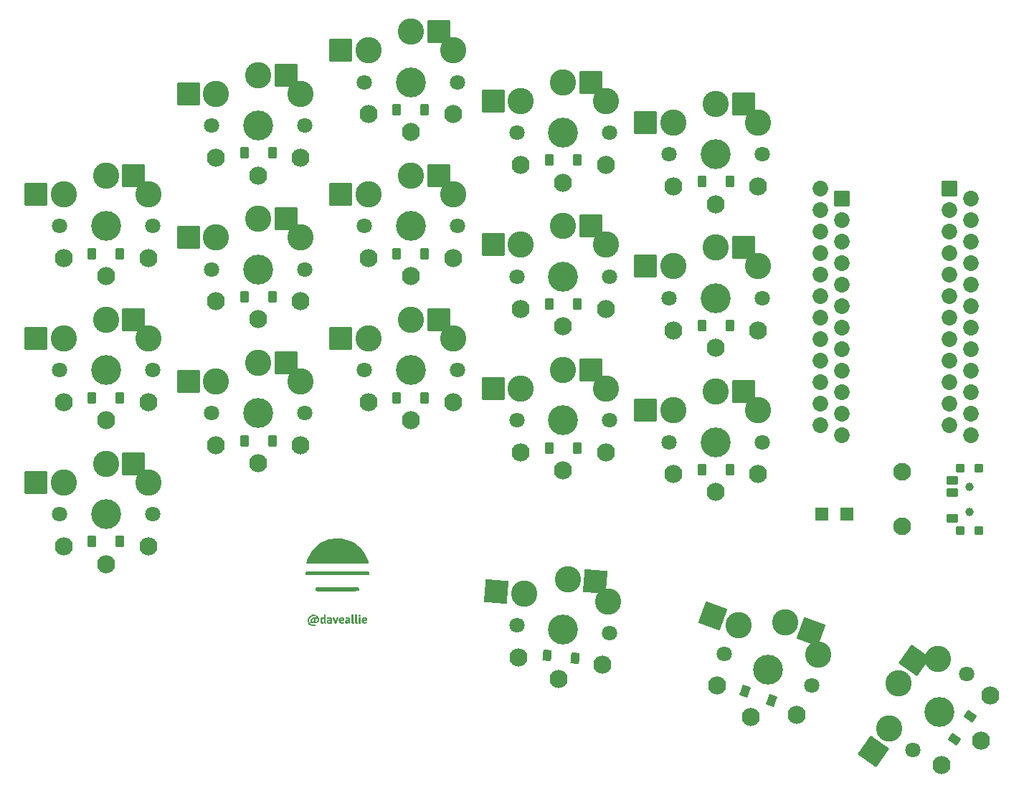
<source format=gbr>
%TF.GenerationSoftware,KiCad,Pcbnew,(6.0.7-1)-1*%
%TF.CreationDate,2022-09-04T19:21:53+10:00*%
%TF.ProjectId,Dusk 36,4475736b-2033-4362-9e6b-696361645f70,v1.0.0*%
%TF.SameCoordinates,Original*%
%TF.FileFunction,Soldermask,Top*%
%TF.FilePolarity,Negative*%
%FSLAX46Y46*%
G04 Gerber Fmt 4.6, Leading zero omitted, Abs format (unit mm)*
G04 Created by KiCad (PCBNEW (6.0.7-1)-1) date 2022-09-04 19:21:53*
%MOMM*%
%LPD*%
G01*
G04 APERTURE LIST*
G04 Aperture macros list*
%AMRoundRect*
0 Rectangle with rounded corners*
0 $1 Rounding radius*
0 $2 $3 $4 $5 $6 $7 $8 $9 X,Y pos of 4 corners*
0 Add a 4 corners polygon primitive as box body*
4,1,4,$2,$3,$4,$5,$6,$7,$8,$9,$2,$3,0*
0 Add four circle primitives for the rounded corners*
1,1,$1+$1,$2,$3*
1,1,$1+$1,$4,$5*
1,1,$1+$1,$6,$7*
1,1,$1+$1,$8,$9*
0 Add four rect primitives between the rounded corners*
20,1,$1+$1,$2,$3,$4,$5,0*
20,1,$1+$1,$4,$5,$6,$7,0*
20,1,$1+$1,$6,$7,$8,$9,0*
20,1,$1+$1,$8,$9,$2,$3,0*%
G04 Aperture macros list end*
%ADD10RoundRect,0.050000X-0.450000X0.450000X-0.450000X-0.450000X0.450000X-0.450000X0.450000X0.450000X0*%
%ADD11C,1.000000*%
%ADD12RoundRect,0.050000X-0.625000X0.450000X-0.625000X-0.450000X0.625000X-0.450000X0.625000X0.450000X0*%
%ADD13C,2.100000*%
%ADD14C,1.801800*%
%ADD15C,3.529000*%
%ADD16C,2.132000*%
%ADD17C,3.100000*%
%ADD18RoundRect,0.050000X-1.300000X-1.300000X1.300000X-1.300000X1.300000X1.300000X-1.300000X1.300000X0*%
%ADD19RoundRect,0.050000X-0.450000X-0.600000X0.450000X-0.600000X0.450000X0.600000X-0.450000X0.600000X0*%
%ADD20RoundRect,0.050000X-0.500581X-0.558497X0.395994X-0.636937X0.500581X0.558497X-0.395994X0.636937X0*%
%ADD21RoundRect,0.050000X-1.666227X-0.776974X0.776974X-1.666227X1.666227X0.776974X-0.776974X1.666227X0*%
%ADD22RoundRect,0.050000X0.233382X-0.712764X0.749601X0.024473X-0.233382X0.712764X-0.749601X-0.024473X0*%
%ADD23RoundRect,0.050000X-0.750000X-0.750000X0.750000X-0.750000X0.750000X0.750000X-0.750000X0.750000X0*%
%ADD24RoundRect,0.050000X-0.876300X0.876300X-0.876300X-0.876300X0.876300X-0.876300X0.876300X0.876300X0*%
%ADD25C,1.852600*%
%ADD26RoundRect,0.050000X0.319248X-1.810547X1.810547X0.319248X-0.319248X1.810547X-1.810547X-0.319248X0*%
%ADD27RoundRect,0.050000X-1.408356X-1.181751X1.181751X-1.408356X1.408356X1.181751X-1.181751X1.408356X0*%
%ADD28RoundRect,0.050000X-0.628074X-0.409907X0.217650X-0.717725X0.628074X0.409907X-0.217650X0.717725X0*%
G04 APERTURE END LIST*
%TO.C,G\u002A\u002A\u002A*%
G36*
X167332051Y-118157504D02*
G01*
X167394042Y-118111859D01*
X167479943Y-118081088D01*
X167585615Y-118065810D01*
X167701081Y-118057896D01*
X167701081Y-118011135D01*
X167693040Y-117967303D01*
X167667250Y-117939813D01*
X167621207Y-117927538D01*
X167552411Y-117929348D01*
X167526674Y-117932509D01*
X167474357Y-117940628D01*
X167428028Y-117949213D01*
X167409890Y-117953316D01*
X167387146Y-117956860D01*
X167372117Y-117948846D01*
X167359079Y-117923403D01*
X167346978Y-117888791D01*
X167334257Y-117846649D01*
X167327749Y-117817166D01*
X167327959Y-117808703D01*
X167351631Y-117797427D01*
X167396451Y-117785550D01*
X167454719Y-117774408D01*
X167518734Y-117765336D01*
X167580797Y-117759669D01*
X167617844Y-117758442D01*
X167709237Y-117763537D01*
X167778188Y-117779877D01*
X167829507Y-117809048D01*
X167856941Y-117837218D01*
X167870925Y-117857915D01*
X167881815Y-117882704D01*
X167890076Y-117915457D01*
X167896174Y-117960047D01*
X167900576Y-118020346D01*
X167903746Y-118100226D01*
X167906151Y-118203559D01*
X167907024Y-118253576D01*
X167911226Y-118510178D01*
X167834314Y-118510178D01*
X167789033Y-118508921D01*
X167763910Y-118502463D01*
X167750212Y-118486771D01*
X167742646Y-118467848D01*
X167727890Y-118425518D01*
X167667502Y-118466504D01*
X167588580Y-118504159D01*
X167503395Y-118517005D01*
X167444841Y-118510374D01*
X167371949Y-118480945D01*
X167320156Y-118431915D01*
X167290018Y-118364032D01*
X167281843Y-118291888D01*
X167286870Y-118262356D01*
X167492883Y-118262356D01*
X167495855Y-118297441D01*
X167525158Y-118333086D01*
X167566354Y-118349915D01*
X167617737Y-118341064D01*
X167642221Y-118330007D01*
X167680508Y-118301540D01*
X167698190Y-118262048D01*
X167701081Y-118225305D01*
X167699545Y-118204679D01*
X167690298Y-118194485D01*
X167666381Y-118192177D01*
X167620835Y-118195210D01*
X167619169Y-118195348D01*
X167556883Y-118207875D01*
X167514007Y-118231356D01*
X167492883Y-118262356D01*
X167286870Y-118262356D01*
X167294481Y-118217640D01*
X167332051Y-118157504D01*
G37*
G36*
X166490007Y-117774259D02*
G01*
X166527619Y-117777852D01*
X166544519Y-117782943D01*
X166544824Y-117783741D01*
X166539575Y-117799470D01*
X166524643Y-117838297D01*
X166501469Y-117896630D01*
X166471492Y-117970879D01*
X166436152Y-118057452D01*
X166397044Y-118152381D01*
X166249005Y-118510178D01*
X166116657Y-118510178D01*
X165961971Y-118150156D01*
X165921197Y-118054930D01*
X165884450Y-117968483D01*
X165853207Y-117894341D01*
X165828948Y-117836034D01*
X165813150Y-117797089D01*
X165807291Y-117781034D01*
X165807285Y-117780931D01*
X165820591Y-117777163D01*
X165855988Y-117775222D01*
X165906697Y-117775395D01*
X165924574Y-117775928D01*
X166041863Y-117780127D01*
X166112508Y-117981205D01*
X166137724Y-118054753D01*
X166159126Y-118120552D01*
X166174937Y-118172874D01*
X166183380Y-118205993D01*
X166184294Y-118212509D01*
X166186792Y-118230577D01*
X166189813Y-118228277D01*
X166195463Y-118210156D01*
X166208228Y-118169489D01*
X166226527Y-118111304D01*
X166248779Y-118040630D01*
X166263673Y-117993360D01*
X166333157Y-117772899D01*
X166438860Y-117772899D01*
X166490007Y-117774259D01*
G37*
G36*
X169059214Y-117469101D02*
G01*
X169067396Y-117471207D01*
X169114129Y-117496199D01*
X169141429Y-117535371D01*
X169147197Y-117581198D01*
X169129335Y-117626158D01*
X169115088Y-117642227D01*
X169072637Y-117665145D01*
X169019198Y-117672508D01*
X168966840Y-117664282D01*
X168929880Y-117642790D01*
X168906810Y-117602472D01*
X168900967Y-117565520D01*
X168912991Y-117514848D01*
X168946219Y-117480275D01*
X168996382Y-117464220D01*
X169059214Y-117469101D01*
G37*
G36*
X169132270Y-118510178D02*
G01*
X168929880Y-118510178D01*
X168929880Y-117772899D01*
X169132270Y-117772899D01*
X169132270Y-118510178D01*
G37*
G36*
X163259543Y-118023848D02*
G01*
X163308661Y-117939438D01*
X163370640Y-117868609D01*
X163443183Y-117817192D01*
X163463338Y-117807787D01*
X163520704Y-117792451D01*
X163585379Y-117788022D01*
X163645886Y-117794340D01*
X163690292Y-117810945D01*
X163717697Y-117826130D01*
X163736234Y-117823790D01*
X163752362Y-117810945D01*
X163784136Y-117794989D01*
X163826990Y-117787446D01*
X163831777Y-117787355D01*
X163866485Y-117789322D01*
X163879489Y-117798568D01*
X163877960Y-117819882D01*
X163863825Y-117889403D01*
X163849839Y-117967495D01*
X163836982Y-118047496D01*
X163826234Y-118122744D01*
X163818574Y-118186576D01*
X163814984Y-118232330D01*
X163815089Y-118247268D01*
X163820844Y-118283035D01*
X163835248Y-118299213D01*
X163863661Y-118304877D01*
X163917442Y-118296688D01*
X163964877Y-118263796D01*
X164003324Y-118210174D01*
X164030140Y-118139795D01*
X164042684Y-118056631D01*
X164043279Y-118034792D01*
X164038364Y-117944213D01*
X164020695Y-117872175D01*
X163986944Y-117809885D01*
X163935663Y-117750432D01*
X163885042Y-117704568D01*
X163837532Y-117675116D01*
X163780378Y-117654318D01*
X163775204Y-117652851D01*
X163644331Y-117629204D01*
X163519855Y-117632036D01*
X163404339Y-117660267D01*
X163300345Y-117712817D01*
X163210438Y-117788605D01*
X163137181Y-117886550D01*
X163113005Y-117931920D01*
X163090595Y-117981895D01*
X163077110Y-118024012D01*
X163070365Y-118069163D01*
X163068176Y-118128237D01*
X163068085Y-118155995D01*
X163069614Y-118225979D01*
X163075243Y-118277599D01*
X163086831Y-118321316D01*
X163105354Y-118365701D01*
X163162800Y-118459934D01*
X163238604Y-118532915D01*
X163320686Y-118581142D01*
X163364590Y-118599599D01*
X163406051Y-118610847D01*
X163454817Y-118616563D01*
X163520634Y-118618425D01*
X163537620Y-118618483D01*
X163603723Y-118617275D01*
X163664079Y-118613943D01*
X163709209Y-118609098D01*
X163721867Y-118606626D01*
X163754938Y-118600971D01*
X163772488Y-118610453D01*
X163784359Y-118635539D01*
X163803597Y-118690883D01*
X163809093Y-118726339D01*
X163799534Y-118748129D01*
X163773603Y-118762472D01*
X163756315Y-118768133D01*
X163694479Y-118780926D01*
X163615489Y-118789327D01*
X163530848Y-118792790D01*
X163452058Y-118790772D01*
X163401455Y-118784933D01*
X163267158Y-118748099D01*
X163151275Y-118689585D01*
X163084982Y-118639000D01*
X163001529Y-118548726D01*
X162941615Y-118446479D01*
X162904124Y-118329516D01*
X162887945Y-118195097D01*
X162887080Y-118151817D01*
X162900384Y-118011804D01*
X162938657Y-117883010D01*
X162999440Y-117767509D01*
X163080276Y-117667373D01*
X163178705Y-117584672D01*
X163292269Y-117521480D01*
X163418509Y-117479869D01*
X163554966Y-117461910D01*
X163696831Y-117469340D01*
X163813975Y-117495062D01*
X163922372Y-117536345D01*
X164016726Y-117590313D01*
X164091738Y-117654088D01*
X164131251Y-117705201D01*
X164182177Y-117811858D01*
X164212233Y-117927806D01*
X164220395Y-118045465D01*
X164205641Y-118157254D01*
X164196500Y-118188793D01*
X164150960Y-118281996D01*
X164083552Y-118360366D01*
X163998950Y-118420533D01*
X163901831Y-118459127D01*
X163802619Y-118472733D01*
X163749113Y-118471641D01*
X163714124Y-118464614D01*
X163687433Y-118448925D01*
X163676125Y-118438990D01*
X163650528Y-118405224D01*
X163638882Y-118370671D01*
X163638816Y-118368480D01*
X163637567Y-118350063D01*
X163630545Y-118345926D01*
X163612832Y-118357867D01*
X163579515Y-118387683D01*
X163575072Y-118391775D01*
X163504032Y-118443989D01*
X163433022Y-118471979D01*
X163365718Y-118475868D01*
X163305799Y-118455776D01*
X163256942Y-118411826D01*
X163237649Y-118380621D01*
X163212340Y-118300224D01*
X163209084Y-118210074D01*
X163212742Y-118189218D01*
X163403363Y-118189218D01*
X163408383Y-118253154D01*
X163428455Y-118293244D01*
X163461228Y-118308731D01*
X163504351Y-118298859D01*
X163555471Y-118262870D01*
X163574480Y-118244316D01*
X163609429Y-118204269D01*
X163631026Y-118166991D01*
X163645100Y-118120365D01*
X163652476Y-118082192D01*
X163660893Y-118029301D01*
X163662878Y-117997254D01*
X163657907Y-117978592D01*
X163645456Y-117965854D01*
X163644244Y-117964957D01*
X163599788Y-117948016D01*
X163551949Y-117955239D01*
X163504783Y-117982851D01*
X163462346Y-118027079D01*
X163428691Y-118084145D01*
X163407874Y-118150276D01*
X163403363Y-118189218D01*
X163212742Y-118189218D01*
X163225585Y-118116004D01*
X163259543Y-118023848D01*
G37*
G36*
X165162326Y-118187765D02*
G01*
X165183086Y-118160454D01*
X165196980Y-118147355D01*
X165257824Y-118108462D01*
X165338005Y-118079883D01*
X165428997Y-118064213D01*
X165477410Y-118062028D01*
X165524515Y-118061337D01*
X165549625Y-118057037D01*
X165559654Y-118045791D01*
X165561521Y-118024259D01*
X165561525Y-118021421D01*
X165554096Y-117972605D01*
X165529478Y-117942778D01*
X165484173Y-117929189D01*
X165442502Y-117927747D01*
X165383627Y-117932061D01*
X165325162Y-117940862D01*
X165303224Y-117945860D01*
X165263468Y-117954270D01*
X165235690Y-117955988D01*
X165230676Y-117954624D01*
X165219639Y-117937172D01*
X165206967Y-117903268D01*
X165195628Y-117863476D01*
X165188591Y-117828360D01*
X165188825Y-117808486D01*
X165189395Y-117807711D01*
X165215307Y-117794736D01*
X165262660Y-117782080D01*
X165323998Y-117771023D01*
X165391866Y-117762849D01*
X165458808Y-117758838D01*
X165474786Y-117758636D01*
X165564930Y-117763106D01*
X165632483Y-117778111D01*
X165682481Y-117805664D01*
X165719962Y-117847781D01*
X165727282Y-117859637D01*
X165737907Y-117880359D01*
X165745650Y-117903659D01*
X165750971Y-117934308D01*
X165754327Y-117977076D01*
X165756176Y-118036734D01*
X165756977Y-118118053D01*
X165757131Y-118170451D01*
X165757927Y-118257104D01*
X165759858Y-118336140D01*
X165762696Y-118402022D01*
X165766211Y-118449211D01*
X165769541Y-118470423D01*
X165781506Y-118510178D01*
X165694349Y-118510178D01*
X165645962Y-118509433D01*
X165618922Y-118504934D01*
X165605663Y-118493289D01*
X165598621Y-118471105D01*
X165597666Y-118466809D01*
X165588771Y-118434205D01*
X165577223Y-118426442D01*
X165555673Y-118441768D01*
X165542850Y-118453740D01*
X165481173Y-118493586D01*
X165404693Y-118514044D01*
X165321547Y-118513323D01*
X165294805Y-118508314D01*
X165224910Y-118480080D01*
X165176740Y-118432979D01*
X165150143Y-118366774D01*
X165144966Y-118281226D01*
X165145410Y-118274408D01*
X165146783Y-118262107D01*
X165349380Y-118262107D01*
X165349573Y-118296343D01*
X165373013Y-118324683D01*
X165420179Y-118348191D01*
X165469330Y-118343257D01*
X165517046Y-118313731D01*
X165551969Y-118273179D01*
X165561525Y-118234220D01*
X165559491Y-118208235D01*
X165548139Y-118195993D01*
X165519593Y-118192346D01*
X165497151Y-118192136D01*
X165425975Y-118199811D01*
X165376375Y-118222164D01*
X165350486Y-118258183D01*
X165349380Y-118262107D01*
X165146783Y-118262107D01*
X165151247Y-118222104D01*
X165162326Y-118187765D01*
G37*
G36*
X168874642Y-114271366D02*
G01*
X168929094Y-114320289D01*
X168966720Y-114384658D01*
X168983239Y-114455479D01*
X168981494Y-114495763D01*
X168956870Y-114572337D01*
X168911942Y-114635560D01*
X168857598Y-114675536D01*
X168849881Y-114678806D01*
X168839493Y-114681786D01*
X168825118Y-114684491D01*
X168805438Y-114686937D01*
X168779136Y-114689138D01*
X168744896Y-114691109D01*
X168701400Y-114692865D01*
X168647331Y-114694420D01*
X168581373Y-114695789D01*
X168502207Y-114696988D01*
X168408518Y-114698031D01*
X168298989Y-114698933D01*
X168172301Y-114699708D01*
X168027139Y-114700372D01*
X167862184Y-114700939D01*
X167676121Y-114701424D01*
X167467633Y-114701843D01*
X167235401Y-114702209D01*
X166978109Y-114702538D01*
X166694441Y-114702844D01*
X166407228Y-114703120D01*
X166145312Y-114703293D01*
X165890804Y-114703325D01*
X165645245Y-114703223D01*
X165410179Y-114702992D01*
X165187149Y-114702638D01*
X164977699Y-114702167D01*
X164783371Y-114701585D01*
X164605709Y-114700898D01*
X164446256Y-114700112D01*
X164306555Y-114699233D01*
X164188150Y-114698267D01*
X164092583Y-114697219D01*
X164021399Y-114696095D01*
X163976139Y-114694902D01*
X163958633Y-114693728D01*
X163884092Y-114662840D01*
X163829215Y-114611958D01*
X163796091Y-114544043D01*
X163786809Y-114462061D01*
X163787433Y-114450927D01*
X163803329Y-114373917D01*
X163840336Y-114314255D01*
X163900543Y-114267207D01*
X163907179Y-114263518D01*
X163914859Y-114260156D01*
X163924897Y-114257107D01*
X163938603Y-114254356D01*
X163957290Y-114251887D01*
X163982271Y-114249685D01*
X164014856Y-114247734D01*
X164056359Y-114246020D01*
X164108091Y-114244527D01*
X164171364Y-114243240D01*
X164247491Y-114242143D01*
X164337784Y-114241222D01*
X164443554Y-114240461D01*
X164566114Y-114239844D01*
X164706776Y-114239358D01*
X164866852Y-114238985D01*
X165047654Y-114238711D01*
X165250494Y-114238522D01*
X165476684Y-114238400D01*
X165727536Y-114238332D01*
X166004363Y-114238302D01*
X166308476Y-114238294D01*
X168821456Y-114238294D01*
X168874642Y-114271366D01*
G37*
G36*
X164375120Y-118049790D02*
G01*
X164399354Y-117954252D01*
X164430030Y-117889371D01*
X164483148Y-117824975D01*
X164552079Y-117781909D01*
X164639243Y-117759034D01*
X164717503Y-117754442D01*
X164824245Y-117755130D01*
X164824245Y-117483769D01*
X165026636Y-117483769D01*
X165026701Y-117834338D01*
X165027131Y-117943852D01*
X165028296Y-118054384D01*
X165030073Y-118159160D01*
X165032336Y-118251407D01*
X165034961Y-118324352D01*
X165036139Y-118347543D01*
X165045510Y-118510178D01*
X164970657Y-118510178D01*
X164926577Y-118509087D01*
X164903162Y-118502916D01*
X164892173Y-118487314D01*
X164886968Y-118465992D01*
X164878130Y-118421805D01*
X164840345Y-118457844D01*
X164775444Y-118500774D01*
X164697216Y-118522468D01*
X164612887Y-118522022D01*
X164529686Y-118498532D01*
X164526458Y-118497089D01*
X164482054Y-118470427D01*
X164445030Y-118437459D01*
X164438111Y-118428738D01*
X164398614Y-118350482D01*
X164374870Y-118255905D01*
X164368011Y-118166237D01*
X164579262Y-118166237D01*
X164587870Y-118233061D01*
X164607217Y-118289807D01*
X164637393Y-118329056D01*
X164645799Y-118334784D01*
X164698894Y-118350293D01*
X164752740Y-118340261D01*
X164788761Y-118315673D01*
X164804097Y-118298609D01*
X164814238Y-118279954D01*
X164820252Y-118253641D01*
X164823208Y-118213604D01*
X164824174Y-118153776D01*
X164824245Y-118114257D01*
X164823961Y-118042820D01*
X164822464Y-117995056D01*
X164818790Y-117965724D01*
X164811974Y-117949586D01*
X164801050Y-117941402D01*
X164791788Y-117938023D01*
X164730264Y-117929135D01*
X164670458Y-117938118D01*
X164650448Y-117946547D01*
X164616987Y-117979491D01*
X164593909Y-118032033D01*
X164581304Y-118096755D01*
X164579262Y-118166237D01*
X164368011Y-118166237D01*
X164366999Y-118153008D01*
X164375120Y-118049790D01*
G37*
G36*
X169299903Y-117934688D02*
G01*
X169340509Y-117864011D01*
X169343832Y-117859965D01*
X169408077Y-117804765D01*
X169488475Y-117767628D01*
X169577974Y-117749365D01*
X169669525Y-117750789D01*
X169756076Y-117772712D01*
X169816890Y-117805490D01*
X169865328Y-117857338D01*
X169897367Y-117930804D01*
X169911852Y-118022939D01*
X169912602Y-118050003D01*
X169912868Y-118102990D01*
X169910512Y-118140887D01*
X169901409Y-118166213D01*
X169881433Y-118181486D01*
X169846457Y-118189226D01*
X169792357Y-118191951D01*
X169715007Y-118192180D01*
X169679794Y-118192136D01*
X169464218Y-118192136D01*
X169474009Y-118231891D01*
X169499049Y-118293881D01*
X169536915Y-118334795D01*
X169564124Y-118347366D01*
X169622199Y-118356332D01*
X169684339Y-118355418D01*
X169739026Y-118345484D01*
X169769012Y-118332085D01*
X169799190Y-118314398D01*
X169819288Y-118307788D01*
X169831794Y-118319307D01*
X169851329Y-118347708D01*
X169872514Y-118383757D01*
X169889973Y-118418222D01*
X169898326Y-118441867D01*
X169898463Y-118443730D01*
X169886386Y-118451728D01*
X169855136Y-118467193D01*
X169822566Y-118481888D01*
X169752878Y-118503908D01*
X169670326Y-118517403D01*
X169585344Y-118521725D01*
X169508368Y-118516226D01*
X169459784Y-118504402D01*
X169414133Y-118482498D01*
X169374626Y-118455719D01*
X169370161Y-118451750D01*
X169322620Y-118389042D01*
X169289002Y-118307736D01*
X169269614Y-118214739D01*
X169264763Y-118116960D01*
X169272841Y-118039642D01*
X169479207Y-118039642D01*
X169493803Y-118053854D01*
X169529816Y-118060335D01*
X169590717Y-118062010D01*
X169602105Y-118062028D01*
X169661631Y-118061648D01*
X169697963Y-118059447D01*
X169716820Y-118053835D01*
X169723920Y-118043220D01*
X169724985Y-118027836D01*
X169712158Y-117979139D01*
X169679024Y-117940167D01*
X169633606Y-117919096D01*
X169616695Y-117917463D01*
X169562858Y-117922022D01*
X169527825Y-117938769D01*
X169502499Y-117972306D01*
X169500375Y-117976323D01*
X169482555Y-118014773D01*
X169479207Y-118039642D01*
X169272841Y-118039642D01*
X169274757Y-118021307D01*
X169299903Y-117934688D01*
G37*
G36*
X168264883Y-117902498D02*
G01*
X168264999Y-118024063D01*
X168265471Y-118119890D01*
X168266487Y-118193157D01*
X168268233Y-118247037D01*
X168270897Y-118284707D01*
X168274664Y-118309343D01*
X168279723Y-118324119D01*
X168286260Y-118332212D01*
X168290335Y-118334849D01*
X168323419Y-118342524D01*
X168355390Y-118340900D01*
X168384477Y-118339247D01*
X168394634Y-118352533D01*
X168395150Y-118360314D01*
X168397582Y-118392622D01*
X168403308Y-118435571D01*
X168404083Y-118440360D01*
X168407974Y-118474804D01*
X168399929Y-118492833D01*
X168373164Y-118504319D01*
X168356940Y-118508947D01*
X168308095Y-118518250D01*
X168249184Y-118523839D01*
X168224015Y-118524554D01*
X168174329Y-118522070D01*
X168140839Y-118511543D01*
X168111060Y-118488558D01*
X168104750Y-118482377D01*
X168062492Y-118440120D01*
X168062492Y-117483769D01*
X168264883Y-117483769D01*
X168264883Y-117902498D01*
G37*
G36*
X166782843Y-112344500D02*
G01*
X167137840Y-112344512D01*
X167466059Y-112344543D01*
X167768565Y-112344600D01*
X168046425Y-112344693D01*
X168300708Y-112344829D01*
X168532478Y-112345017D01*
X168742804Y-112345266D01*
X168932752Y-112345583D01*
X169103389Y-112345976D01*
X169255781Y-112346456D01*
X169390997Y-112347029D01*
X169510102Y-112347704D01*
X169614164Y-112348490D01*
X169704249Y-112349394D01*
X169781424Y-112350426D01*
X169846757Y-112351593D01*
X169901314Y-112352905D01*
X169946162Y-112354369D01*
X169982367Y-112355993D01*
X170010997Y-112357787D01*
X170033119Y-112359758D01*
X170049799Y-112361914D01*
X170062105Y-112364265D01*
X170071103Y-112366819D01*
X170077860Y-112369584D01*
X170083443Y-112372567D01*
X170084886Y-112373411D01*
X170147258Y-112423439D01*
X170184740Y-112486878D01*
X170198433Y-112550490D01*
X170192852Y-112631648D01*
X170161716Y-112703729D01*
X170107630Y-112761368D01*
X170090460Y-112773121D01*
X170035799Y-112807105D01*
X166428912Y-112809310D01*
X166107453Y-112809465D01*
X165793330Y-112809534D01*
X165487789Y-112809520D01*
X165192075Y-112809426D01*
X164907433Y-112809254D01*
X164635108Y-112809008D01*
X164376345Y-112808690D01*
X164132390Y-112808304D01*
X163904488Y-112807851D01*
X163693884Y-112807335D01*
X163501822Y-112806760D01*
X163329549Y-112806126D01*
X163178310Y-112805439D01*
X163049348Y-112804699D01*
X162943911Y-112803911D01*
X162863242Y-112803076D01*
X162808588Y-112802199D01*
X162781193Y-112801281D01*
X162778354Y-112800971D01*
X162703788Y-112769382D01*
X162647202Y-112717405D01*
X162611707Y-112649449D01*
X162600415Y-112569925D01*
X162601566Y-112550490D01*
X162620599Y-112473566D01*
X162662654Y-112412964D01*
X162715113Y-112373411D01*
X162720562Y-112370366D01*
X162726898Y-112367543D01*
X162735186Y-112364934D01*
X162746494Y-112362529D01*
X162761890Y-112360321D01*
X162782439Y-112358300D01*
X162809209Y-112356460D01*
X162843266Y-112354790D01*
X162885678Y-112353284D01*
X162937511Y-112351933D01*
X162999833Y-112350727D01*
X163073709Y-112349660D01*
X163160208Y-112348722D01*
X163260395Y-112347905D01*
X163375338Y-112347201D01*
X163506104Y-112346601D01*
X163653759Y-112346097D01*
X163819370Y-112345681D01*
X164004005Y-112345344D01*
X164208730Y-112345078D01*
X164434612Y-112344874D01*
X164682718Y-112344725D01*
X164954114Y-112344622D01*
X165249868Y-112344556D01*
X165571047Y-112344518D01*
X165918717Y-112344502D01*
X166293946Y-112344498D01*
X166399999Y-112344498D01*
X166782843Y-112344500D01*
G37*
G36*
X166605237Y-117907972D02*
G01*
X166651693Y-117847412D01*
X166665150Y-117834382D01*
X166736298Y-117785690D01*
X166819232Y-117755886D01*
X166907221Y-117745136D01*
X166993537Y-117753605D01*
X167071449Y-117781457D01*
X167128639Y-117823049D01*
X167174618Y-117888495D01*
X167202087Y-117971349D01*
X167209753Y-118065791D01*
X167200526Y-118146959D01*
X167191491Y-118192136D01*
X166758277Y-118192136D01*
X166768051Y-118231891D01*
X166793453Y-118294371D01*
X166834843Y-118334377D01*
X166873312Y-118350359D01*
X166930476Y-118362760D01*
X166976696Y-118361654D01*
X167026750Y-118345865D01*
X167048390Y-118336434D01*
X167087335Y-118320917D01*
X167115066Y-118313807D01*
X167121776Y-118314369D01*
X167133582Y-118330461D01*
X167151200Y-118363555D01*
X167159396Y-118381028D01*
X167175335Y-118418331D01*
X167179044Y-118438954D01*
X167170422Y-118452462D01*
X167158543Y-118461675D01*
X167101291Y-118490509D01*
X167025437Y-118510768D01*
X166940275Y-118521485D01*
X166855096Y-118521693D01*
X166779195Y-118510423D01*
X166756426Y-118503548D01*
X166682313Y-118464857D01*
X166626709Y-118407336D01*
X166588600Y-118329277D01*
X166566969Y-118228973D01*
X166562398Y-118177139D01*
X166562055Y-118067946D01*
X166562982Y-118062028D01*
X166765420Y-118062028D01*
X167025241Y-118062028D01*
X167016034Y-118015993D01*
X166995320Y-117960208D01*
X166958934Y-117928043D01*
X166904548Y-117917468D01*
X166903045Y-117917463D01*
X166845822Y-117930742D01*
X166800364Y-117966606D01*
X166773835Y-118019095D01*
X166772259Y-118026255D01*
X166765420Y-118062028D01*
X166562982Y-118062028D01*
X166575847Y-117979853D01*
X166605237Y-117907972D01*
G37*
G36*
X168687109Y-117903549D02*
G01*
X168688457Y-118029914D01*
X168690047Y-118130240D01*
X168692445Y-118207398D01*
X168696218Y-118264261D01*
X168701934Y-118303699D01*
X168710161Y-118328585D01*
X168721465Y-118341790D01*
X168736413Y-118346187D01*
X168755574Y-118344646D01*
X168773570Y-118341218D01*
X168798918Y-118338397D01*
X168814546Y-118346218D01*
X168824090Y-118370255D01*
X168831187Y-118416082D01*
X168833105Y-118432478D01*
X168835869Y-118470684D01*
X168828235Y-118490646D01*
X168803696Y-118502771D01*
X168785635Y-118508374D01*
X168720690Y-118520815D01*
X168651224Y-118523045D01*
X168588611Y-118515363D01*
X168551043Y-118502247D01*
X168514301Y-118466688D01*
X168496912Y-118426930D01*
X168492693Y-118396932D01*
X168489026Y-118341199D01*
X168486009Y-118262906D01*
X168483736Y-118165228D01*
X168482304Y-118051339D01*
X168481810Y-117928305D01*
X168481730Y-117483769D01*
X168682869Y-117483769D01*
X168687109Y-117903549D01*
G37*
G36*
X166559269Y-108451642D02*
G01*
X166707779Y-108458536D01*
X166835457Y-108469806D01*
X167162004Y-108522251D01*
X167479304Y-108601642D01*
X167786063Y-108707126D01*
X168080987Y-108837850D01*
X168362782Y-108992963D01*
X168630153Y-109171612D01*
X168881807Y-109372945D01*
X169116449Y-109596109D01*
X169332785Y-109840252D01*
X169529521Y-110104522D01*
X169679577Y-110342974D01*
X169759837Y-110492182D01*
X169838735Y-110659236D01*
X169913037Y-110835980D01*
X169979508Y-111014254D01*
X170034915Y-111185900D01*
X170076022Y-111342759D01*
X170076163Y-111343388D01*
X170097992Y-111440969D01*
X162701710Y-111440969D01*
X162722271Y-111350616D01*
X162765963Y-111185096D01*
X162823872Y-111005780D01*
X162892490Y-110821716D01*
X162968305Y-110641947D01*
X163047808Y-110475518D01*
X163098657Y-110380796D01*
X163274595Y-110098293D01*
X163471444Y-109834931D01*
X163687904Y-109591578D01*
X163922671Y-109369102D01*
X164174443Y-109168372D01*
X164441920Y-108990254D01*
X164723799Y-108835619D01*
X165018778Y-108705333D01*
X165325555Y-108600264D01*
X165642829Y-108521281D01*
X165964542Y-108469806D01*
X166094249Y-108458404D01*
X166242965Y-108451576D01*
X166401152Y-108449322D01*
X166559269Y-108451642D01*
G37*
%TD*%
D10*
%TO.C,T1*%
X239961444Y-100141167D03*
X242161444Y-107541167D03*
X239961444Y-107541167D03*
D11*
X241061444Y-102341167D03*
D10*
X242161444Y-100141167D03*
D11*
X241061444Y-105341167D03*
D12*
X238986444Y-106091167D03*
X238986444Y-103091167D03*
X238986444Y-101591167D03*
%TD*%
D13*
%TO.C,B1*%
X233061447Y-107041164D03*
X233061447Y-100641164D03*
%TD*%
D14*
%TO.C,S36*%
X234358669Y-133463698D03*
X240668009Y-124453026D03*
D15*
X237513339Y-128958362D03*
D16*
X243493999Y-127042192D03*
X237758235Y-135233713D03*
X242346336Y-132342463D03*
X242346336Y-132342463D03*
%TD*%
D15*
%TO.C,S16*%
X175061439Y-71591167D03*
D14*
X169561439Y-71591167D03*
X180561439Y-71591167D03*
D16*
X180061439Y-75391167D03*
X170061439Y-75391167D03*
X175061439Y-77491167D03*
X175061439Y-77491167D03*
%TD*%
D17*
%TO.C,S19*%
X188061453Y-90791169D03*
X193061453Y-88591169D03*
X198061453Y-90791169D03*
D14*
X198561453Y-94541169D03*
D15*
X193061453Y-94541169D03*
D14*
X187561453Y-94541169D03*
D17*
X193061453Y-88591169D03*
D18*
X196336453Y-88591169D03*
X184786453Y-90791169D03*
%TD*%
D19*
%TO.C,D6*%
X155411442Y-62941168D03*
X158711442Y-62941168D03*
%TD*%
D14*
%TO.C,S28*%
X216561440Y-80091175D03*
D15*
X211061440Y-80091175D03*
D14*
X205561440Y-80091175D03*
D16*
X206061440Y-83891175D03*
X216061440Y-83891175D03*
X211061440Y-85991175D03*
X211061440Y-85991175D03*
%TD*%
D17*
%TO.C,S7*%
X157061442Y-87741167D03*
X157061442Y-87741167D03*
X162061442Y-89941167D03*
D14*
X162561442Y-93691167D03*
D17*
X152061442Y-89941167D03*
D15*
X157061442Y-93691167D03*
D14*
X151561442Y-93691167D03*
D18*
X160336442Y-87741167D03*
X148786442Y-89941167D03*
%TD*%
D20*
%TO.C,D16*%
X191134474Y-122284995D03*
X194421916Y-122572609D03*
%TD*%
D14*
%TO.C,S25*%
X216561452Y-97091167D03*
D17*
X211061452Y-91141167D03*
X216061452Y-93341167D03*
D15*
X211061452Y-97091167D03*
D14*
X205561452Y-97091167D03*
D17*
X206061452Y-93341167D03*
X211061452Y-91141167D03*
D18*
X214336452Y-91141167D03*
X202786452Y-93341167D03*
%TD*%
D19*
%TO.C,D1*%
X137411446Y-108841166D03*
X140711446Y-108841166D03*
%TD*%
D15*
%TO.C,S13*%
X175061443Y-88591173D03*
D17*
X180061443Y-84841173D03*
D14*
X169561443Y-88591173D03*
D17*
X175061443Y-82641173D03*
X175061443Y-82641173D03*
X170061443Y-84841173D03*
D14*
X180561443Y-88591173D03*
D18*
X178336443Y-82641173D03*
X166786443Y-84841173D03*
%TD*%
D19*
%TO.C,D8*%
X173411442Y-74841174D03*
X176711442Y-74841174D03*
%TD*%
%TO.C,D3*%
X137411449Y-74841168D03*
X140711449Y-74841168D03*
%TD*%
%TO.C,D5*%
X155411445Y-79941170D03*
X158711445Y-79941170D03*
%TD*%
D15*
%TO.C,S18*%
X175061444Y-54591168D03*
D14*
X180561444Y-54591168D03*
X169561444Y-54591168D03*
D16*
X180061444Y-58391168D03*
X170061444Y-58391168D03*
X175061444Y-60491168D03*
X175061444Y-60491168D03*
%TD*%
D17*
%TO.C,S5*%
X144061438Y-67841166D03*
D14*
X133561438Y-71591166D03*
X144561438Y-71591166D03*
D15*
X139061438Y-71591166D03*
D17*
X134061438Y-67841166D03*
X139061438Y-65641166D03*
X139061438Y-65641166D03*
D18*
X142336438Y-65641166D03*
X130786438Y-67841166D03*
%TD*%
D14*
%TO.C,S33*%
X212030762Y-122107749D03*
D15*
X217199071Y-123988860D03*
D14*
X222367380Y-125869971D03*
D17*
X219234091Y-118397689D03*
X223180110Y-122175113D03*
X213783183Y-118754912D03*
X219234091Y-118397689D03*
D21*
X222311584Y-119517805D03*
X210705690Y-117634796D03*
%TD*%
D22*
%TO.C,D18*%
X239229194Y-132174088D03*
X241121996Y-129470886D03*
%TD*%
D14*
%TO.C,S20*%
X187561453Y-94541169D03*
D15*
X193061453Y-94541169D03*
D14*
X198561453Y-94541169D03*
D16*
X188061453Y-98341169D03*
X198061453Y-98341169D03*
X193061453Y-100441169D03*
X193061453Y-100441169D03*
%TD*%
D14*
%TO.C,S17*%
X180561444Y-54591168D03*
D17*
X175061444Y-48641168D03*
D15*
X175061444Y-54591168D03*
D17*
X170061444Y-50841168D03*
X175061444Y-48641168D03*
X180061444Y-50841168D03*
D14*
X169561444Y-54591168D03*
D18*
X178336444Y-48641168D03*
X166786444Y-50841168D03*
%TD*%
D15*
%TO.C,S21*%
X193061439Y-77541169D03*
D17*
X193061439Y-71591169D03*
D14*
X187561439Y-77541169D03*
D17*
X193061439Y-71591169D03*
X188061439Y-73791169D03*
X198061439Y-73791169D03*
D14*
X198561439Y-77541169D03*
D18*
X196336439Y-71591169D03*
X184786439Y-73791169D03*
%TD*%
D23*
%TO.C,PAD1*%
X226561441Y-105591169D03*
%TD*%
D17*
%TO.C,S3*%
X139061447Y-82641163D03*
X139061447Y-82641163D03*
D14*
X144561447Y-88591163D03*
D17*
X134061447Y-84841163D03*
D14*
X133561447Y-88591163D03*
D15*
X139061447Y-88591163D03*
D17*
X144061447Y-84841163D03*
D18*
X142336447Y-82641163D03*
X130786447Y-84841163D03*
%TD*%
D19*
%TO.C,D12*%
X191411444Y-63791175D03*
X194711444Y-63791175D03*
%TD*%
D14*
%TO.C,S1*%
X133561440Y-105591160D03*
D17*
X139061440Y-99641160D03*
D15*
X139061440Y-105591160D03*
D17*
X139061440Y-99641160D03*
D14*
X144561440Y-105591160D03*
D17*
X144061440Y-101841160D03*
X134061440Y-101841160D03*
D18*
X142336440Y-99641160D03*
X130786440Y-101841160D03*
%TD*%
D17*
%TO.C,S15*%
X175061439Y-65641167D03*
X180061439Y-67841167D03*
X170061439Y-67841167D03*
D14*
X169561439Y-71591167D03*
X180561439Y-71591167D03*
D17*
X175061439Y-65641167D03*
D15*
X175061439Y-71591167D03*
D18*
X178336439Y-65641167D03*
X166786439Y-67841167D03*
%TD*%
D14*
%TO.C,S26*%
X216561452Y-97091167D03*
D15*
X211061452Y-97091167D03*
D14*
X205561452Y-97091167D03*
D16*
X216061452Y-100891167D03*
X206061452Y-100891167D03*
X211061452Y-102991167D03*
X211061452Y-102991167D03*
%TD*%
D24*
%TO.C,MCU1*%
X238681438Y-67121172D03*
D25*
X238681438Y-69661172D03*
X238681438Y-72201172D03*
X238681438Y-74741172D03*
X238681438Y-77281172D03*
X238681438Y-79821172D03*
X238681438Y-82361172D03*
X238681438Y-84901172D03*
X238681438Y-87441172D03*
X238681438Y-89981172D03*
X238681438Y-92521172D03*
X238681438Y-95061172D03*
X223441438Y-67121172D03*
X223441438Y-69661172D03*
X223441438Y-72201172D03*
X223441438Y-74741172D03*
X223441438Y-77281172D03*
X223441438Y-79821172D03*
X223441438Y-82361172D03*
X223441438Y-84901172D03*
X223441438Y-87441172D03*
X223441438Y-89981172D03*
X223441438Y-92521172D03*
X223441438Y-95061172D03*
%TD*%
D17*
%TO.C,S35*%
X231573637Y-130903211D03*
D15*
X237513339Y-128958362D03*
D17*
X232639384Y-125545582D03*
X232639384Y-125545582D03*
D14*
X234358669Y-133463698D03*
D17*
X237309401Y-122711690D03*
D14*
X240668009Y-124453026D03*
D26*
X234517847Y-122862859D03*
X229695174Y-133585934D03*
%TD*%
D14*
%TO.C,S24*%
X187561438Y-60541167D03*
D15*
X193061438Y-60541167D03*
D14*
X198561438Y-60541167D03*
D16*
X198061438Y-64341167D03*
X188061438Y-64341167D03*
X193061438Y-66441167D03*
X193061438Y-66441167D03*
%TD*%
D14*
%TO.C,S2*%
X144561440Y-105591160D03*
X133561440Y-105591160D03*
D15*
X139061440Y-105591160D03*
D16*
X144061440Y-109391160D03*
X134061440Y-109391160D03*
X139061440Y-111491160D03*
X139061440Y-111491160D03*
%TD*%
D15*
%TO.C,S27*%
X211061440Y-80091175D03*
D14*
X205561440Y-80091175D03*
D17*
X216061440Y-76341175D03*
X206061440Y-76341175D03*
X211061440Y-74141175D03*
D14*
X216561440Y-80091175D03*
D17*
X211061440Y-74141175D03*
D18*
X214336440Y-74141175D03*
X202786440Y-76341175D03*
%TD*%
D17*
%TO.C,S31*%
X188407305Y-115019666D03*
D15*
X193061444Y-119191175D03*
D14*
X198540515Y-119670532D03*
D17*
X193580021Y-113263817D03*
X198369252Y-115891224D03*
D14*
X187582373Y-118711818D03*
D17*
X193580021Y-113263817D03*
D27*
X196842558Y-113549252D03*
X185144767Y-114734231D03*
%TD*%
D15*
%TO.C,S4*%
X139061447Y-88591163D03*
D14*
X133561447Y-88591163D03*
X144561447Y-88591163D03*
D16*
X134061447Y-92391163D03*
X144061447Y-92391163D03*
X139061447Y-94491163D03*
X139061447Y-94491163D03*
%TD*%
D14*
%TO.C,S22*%
X187561439Y-77541169D03*
X198561439Y-77541169D03*
D15*
X193061439Y-77541169D03*
D16*
X188061439Y-81341169D03*
X198061439Y-81341169D03*
X193061439Y-83441169D03*
X193061439Y-83441169D03*
%TD*%
D15*
%TO.C,S14*%
X175061443Y-88591173D03*
D14*
X169561443Y-88591173D03*
X180561443Y-88591173D03*
D16*
X170061443Y-92391173D03*
X180061443Y-92391173D03*
X175061443Y-94491173D03*
X175061443Y-94491173D03*
%TD*%
D19*
%TO.C,D15*%
X209411447Y-66341168D03*
X212711447Y-66341168D03*
%TD*%
%TO.C,D13*%
X209411444Y-100341176D03*
X212711444Y-100341176D03*
%TD*%
D28*
%TO.C,D17*%
X214537016Y-126478525D03*
X217638002Y-127607191D03*
%TD*%
D15*
%TO.C,S8*%
X157061442Y-93691167D03*
D14*
X151561442Y-93691167D03*
X162561442Y-93691167D03*
D16*
X162061442Y-97491167D03*
X152061442Y-97491167D03*
X157061442Y-99591167D03*
X157061442Y-99591167D03*
%TD*%
D14*
%TO.C,S32*%
X198540515Y-119670532D03*
D15*
X193061444Y-119191175D03*
D14*
X187582373Y-118711818D03*
D16*
X197711226Y-123412494D03*
X187749279Y-122540936D03*
X192547225Y-125068724D03*
X192547225Y-125068724D03*
%TD*%
D19*
%TO.C,D11*%
X191411444Y-80791162D03*
X194711444Y-80791162D03*
%TD*%
D17*
%TO.C,S11*%
X152061439Y-55941165D03*
X157061439Y-53741165D03*
D14*
X151561439Y-59691165D03*
D17*
X162061439Y-55941165D03*
D14*
X162561439Y-59691165D03*
D17*
X157061439Y-53741165D03*
D15*
X157061439Y-59691165D03*
D18*
X160336439Y-53741165D03*
X148786439Y-55941165D03*
%TD*%
D11*
%TO.C,T2*%
X241061444Y-105341167D03*
X241061444Y-102341167D03*
%TD*%
D17*
%TO.C,S23*%
X188061438Y-56791167D03*
X198061438Y-56791167D03*
D15*
X193061438Y-60541167D03*
D14*
X198561438Y-60541167D03*
X187561438Y-60541167D03*
D17*
X193061438Y-54591167D03*
X193061438Y-54591167D03*
D18*
X196336438Y-54591167D03*
X184786438Y-56791167D03*
%TD*%
D23*
%TO.C,PAD2*%
X223561448Y-105591175D03*
%TD*%
D19*
%TO.C,D14*%
X209411440Y-83341165D03*
X212711440Y-83341165D03*
%TD*%
%TO.C,D7*%
X173411437Y-91841170D03*
X176711437Y-91841170D03*
%TD*%
%TO.C,D10*%
X191411448Y-97791167D03*
X194711448Y-97791167D03*
%TD*%
D14*
%TO.C,S30*%
X216561446Y-63091168D03*
D15*
X211061446Y-63091168D03*
D14*
X205561446Y-63091168D03*
D16*
X206061446Y-66891168D03*
X216061446Y-66891168D03*
X211061446Y-68991168D03*
X211061446Y-68991168D03*
%TD*%
D14*
%TO.C,S9*%
X162561445Y-76691170D03*
X151561445Y-76691170D03*
D17*
X162061445Y-72941170D03*
D15*
X157061445Y-76691170D03*
D17*
X157061445Y-70741170D03*
X157061445Y-70741170D03*
X152061445Y-72941170D03*
D18*
X160336445Y-70741170D03*
X148786445Y-72941170D03*
%TD*%
D14*
%TO.C,S34*%
X222367380Y-125869971D03*
D15*
X217199071Y-123988860D03*
D14*
X212030762Y-122107749D03*
D16*
X211200931Y-125849591D03*
X220597858Y-129269793D03*
X215181152Y-129533046D03*
X215181152Y-129533046D03*
%TD*%
D15*
%TO.C,S12*%
X157061439Y-59691165D03*
D14*
X162561439Y-59691165D03*
X151561439Y-59691165D03*
D16*
X152061439Y-63491165D03*
X162061439Y-63491165D03*
X157061439Y-65591165D03*
X157061439Y-65591165D03*
%TD*%
D19*
%TO.C,D4*%
X155411444Y-96941166D03*
X158711444Y-96941166D03*
%TD*%
%TO.C,D9*%
X173411442Y-57841165D03*
X176711442Y-57841165D03*
%TD*%
%TO.C,D2*%
X137411440Y-91841171D03*
X140711440Y-91841171D03*
%TD*%
D14*
%TO.C,S10*%
X151561445Y-76691170D03*
D15*
X157061445Y-76691170D03*
D14*
X162561445Y-76691170D03*
D16*
X152061445Y-80491170D03*
X162061445Y-80491170D03*
X157061445Y-82591170D03*
X157061445Y-82591170D03*
%TD*%
D14*
%TO.C,S29*%
X205561446Y-63091168D03*
D17*
X211061446Y-57141168D03*
X211061446Y-57141168D03*
X206061446Y-59341168D03*
D15*
X211061446Y-63091168D03*
D17*
X216061446Y-59341168D03*
D14*
X216561446Y-63091168D03*
D18*
X214336446Y-57141168D03*
X202786446Y-59341168D03*
%TD*%
D14*
%TO.C,S6*%
X144561438Y-71591166D03*
D15*
X139061438Y-71591166D03*
D14*
X133561438Y-71591166D03*
D16*
X134061438Y-75391166D03*
X144061438Y-75391166D03*
X139061438Y-77491166D03*
X139061438Y-77491166D03*
%TD*%
D24*
%TO.C,MCU2*%
X225941442Y-68371168D03*
D25*
X225941442Y-70911168D03*
X225941442Y-73451168D03*
X225941442Y-75991168D03*
X225941442Y-78531168D03*
X225941442Y-81071168D03*
X225941442Y-83611168D03*
X225941442Y-86151168D03*
X225941442Y-88691168D03*
X225941442Y-91231168D03*
X225941442Y-93771168D03*
X225941442Y-96311168D03*
X241181442Y-68371168D03*
X241181442Y-70911168D03*
X241181442Y-73451168D03*
X241181442Y-75991168D03*
X241181442Y-78531168D03*
X241181442Y-81071168D03*
X241181442Y-83611168D03*
X241181442Y-86151168D03*
X241181442Y-88691168D03*
X241181442Y-91231168D03*
X241181442Y-93771168D03*
X241181442Y-96311168D03*
%TD*%
M02*

</source>
